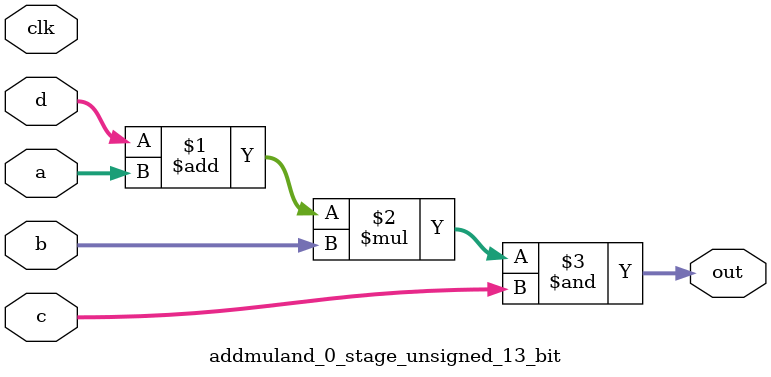
<source format=sv>
(* use_dsp = "yes" *) module addmuland_0_stage_unsigned_13_bit(
	input  [12:0] a,
	input  [12:0] b,
	input  [12:0] c,
	input  [12:0] d,
	output [12:0] out,
	input clk);

	assign out = ((d + a) * b) & c;
endmodule

</source>
